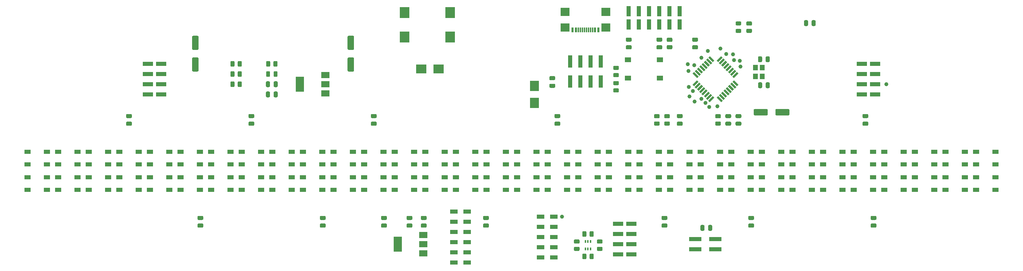
<source format=gtp>
%TF.GenerationSoftware,KiCad,Pcbnew,5.1.8-db9833491~88~ubuntu20.04.1*%
%TF.CreationDate,2020-12-25T16:42:28+05:30*%
%TF.ProjectId,halo,68616c6f-2e6b-4696-9361-645f70636258,v1*%
%TF.SameCoordinates,Original*%
%TF.FileFunction,Paste,Top*%
%TF.FilePolarity,Positive*%
%FSLAX46Y46*%
G04 Gerber Fmt 4.6, Leading zero omitted, Abs format (unit mm)*
G04 Created by KiCad (PCBNEW 5.1.8-db9833491~88~ubuntu20.04.1) date 2020-12-25 16:42:28*
%MOMM*%
%LPD*%
G01*
G04 APERTURE LIST*
%ADD10R,2.400000X2.800000*%
%ADD11R,1.905000X1.016000*%
%ADD12R,2.180000X2.000000*%
%ADD13R,0.300000X1.150000*%
%ADD14R,0.600000X1.150000*%
%ADD15R,2.000000X3.800000*%
%ADD16R,2.000000X1.500000*%
%ADD17R,1.500000X1.000000*%
%ADD18R,2.300000X2.500000*%
%ADD19C,1.000000*%
%ADD20R,2.540000X1.016000*%
%ADD21R,1.016000X2.540000*%
%ADD22C,0.100000*%
%ADD23R,1.200000X1.400000*%
%ADD24R,3.150000X1.000000*%
%ADD25R,2.500000X2.300000*%
%ADD26R,1.000000X3.150000*%
%ADD27R,1.550000X1.300000*%
%ADD28R,0.420000X0.650000*%
G04 APERTURE END LIST*
%TO.C,C29*%
G36*
G01*
X114775000Y-113850000D02*
X113825000Y-113850000D01*
G75*
G02*
X113575000Y-113600000I0J250000D01*
G01*
X113575000Y-113100000D01*
G75*
G02*
X113825000Y-112850000I250000J0D01*
G01*
X114775000Y-112850000D01*
G75*
G02*
X115025000Y-113100000I0J-250000D01*
G01*
X115025000Y-113600000D01*
G75*
G02*
X114775000Y-113850000I-250000J0D01*
G01*
G37*
G36*
G01*
X114775000Y-115750000D02*
X113825000Y-115750000D01*
G75*
G02*
X113575000Y-115500000I0J250000D01*
G01*
X113575000Y-115000000D01*
G75*
G02*
X113825000Y-114750000I250000J0D01*
G01*
X114775000Y-114750000D01*
G75*
G02*
X115025000Y-115000000I0J-250000D01*
G01*
X115025000Y-115500000D01*
G75*
G02*
X114775000Y-115750000I-250000J0D01*
G01*
G37*
%TD*%
%TO.C,C17*%
G36*
G01*
X150335000Y-79001200D02*
X149385000Y-79001200D01*
G75*
G02*
X149135000Y-78751200I0J250000D01*
G01*
X149135000Y-78251200D01*
G75*
G02*
X149385000Y-78001200I250000J0D01*
G01*
X150335000Y-78001200D01*
G75*
G02*
X150585000Y-78251200I0J-250000D01*
G01*
X150585000Y-78751200D01*
G75*
G02*
X150335000Y-79001200I-250000J0D01*
G01*
G37*
G36*
G01*
X150335000Y-80901200D02*
X149385000Y-80901200D01*
G75*
G02*
X149135000Y-80651200I0J250000D01*
G01*
X149135000Y-80151200D01*
G75*
G02*
X149385000Y-79901200I250000J0D01*
G01*
X150335000Y-79901200D01*
G75*
G02*
X150585000Y-80151200I0J-250000D01*
G01*
X150585000Y-80651200D01*
G75*
G02*
X150335000Y-80901200I-250000J0D01*
G01*
G37*
%TD*%
D10*
%TO.C,J3*%
X124445000Y-68250000D03*
X124445000Y-62150000D03*
X113045000Y-62150000D03*
X113045000Y-68250000D03*
%TD*%
D11*
%TO.C,P7*%
X150241000Y-113030000D03*
X146939000Y-115570000D03*
X150241000Y-118110000D03*
X146939000Y-120650000D03*
X150241000Y-123190000D03*
X146939000Y-123190000D03*
X150241000Y-120650000D03*
X146939000Y-118110000D03*
X150241000Y-115570000D03*
X146939000Y-113030000D03*
%TD*%
%TO.C,P5*%
X128651000Y-124460000D03*
X125349000Y-121920000D03*
X128651000Y-119380000D03*
X125349000Y-116840000D03*
X128651000Y-114300000D03*
X125349000Y-111760000D03*
X128651000Y-111760000D03*
X125349000Y-114300000D03*
X128651000Y-116840000D03*
X125349000Y-119380000D03*
X128651000Y-121920000D03*
X125349000Y-124460000D03*
%TD*%
D12*
%TO.C,J2*%
X153005000Y-61975000D03*
X163225000Y-61975000D03*
X153005000Y-65905000D03*
X163225000Y-65905000D03*
D13*
X157865000Y-66480000D03*
X158365000Y-66480000D03*
X157365000Y-66480000D03*
X158865000Y-66480000D03*
X156865000Y-66480000D03*
X159365000Y-66480000D03*
X156365000Y-66480000D03*
X159865000Y-66480000D03*
D14*
X154915000Y-66480000D03*
X155715000Y-66480000D03*
X160515000Y-66480000D03*
X161315000Y-66480000D03*
%TD*%
%TO.C,C20*%
G36*
G01*
X176055000Y-70300000D02*
X177005000Y-70300000D01*
G75*
G02*
X177255000Y-70550000I0J-250000D01*
G01*
X177255000Y-71050000D01*
G75*
G02*
X177005000Y-71300000I-250000J0D01*
G01*
X176055000Y-71300000D01*
G75*
G02*
X175805000Y-71050000I0J250000D01*
G01*
X175805000Y-70550000D01*
G75*
G02*
X176055000Y-70300000I250000J0D01*
G01*
G37*
G36*
G01*
X176055000Y-68400000D02*
X177005000Y-68400000D01*
G75*
G02*
X177255000Y-68650000I0J-250000D01*
G01*
X177255000Y-69150000D01*
G75*
G02*
X177005000Y-69400000I-250000J0D01*
G01*
X176055000Y-69400000D01*
G75*
G02*
X175805000Y-69150000I0J250000D01*
G01*
X175805000Y-68650000D01*
G75*
G02*
X176055000Y-68400000I250000J0D01*
G01*
G37*
%TD*%
D15*
%TO.C,U2*%
X87020000Y-80010000D03*
D16*
X93320000Y-80010000D03*
X93320000Y-77710000D03*
X93320000Y-82310000D03*
%TD*%
%TO.C,R8*%
G36*
G01*
X199332002Y-65386000D02*
X198431998Y-65386000D01*
G75*
G02*
X198182000Y-65136002I0J249998D01*
G01*
X198182000Y-64610998D01*
G75*
G02*
X198431998Y-64361000I249998J0D01*
G01*
X199332002Y-64361000D01*
G75*
G02*
X199582000Y-64610998I0J-249998D01*
G01*
X199582000Y-65136002D01*
G75*
G02*
X199332002Y-65386000I-249998J0D01*
G01*
G37*
G36*
G01*
X199332002Y-67211000D02*
X198431998Y-67211000D01*
G75*
G02*
X198182000Y-66961002I0J249998D01*
G01*
X198182000Y-66435998D01*
G75*
G02*
X198431998Y-66186000I249998J0D01*
G01*
X199332002Y-66186000D01*
G75*
G02*
X199582000Y-66435998I0J-249998D01*
G01*
X199582000Y-66961002D01*
G75*
G02*
X199332002Y-67211000I-249998J0D01*
G01*
G37*
%TD*%
D17*
%TO.C,D2*%
X24040000Y-106375000D03*
X24040000Y-103175000D03*
X19140000Y-106375000D03*
X19140000Y-103175000D03*
%TD*%
D18*
%TO.C,D33*%
X145415000Y-80400000D03*
X145415000Y-84700000D03*
%TD*%
%TO.C,C11*%
G36*
G01*
X43975000Y-89350000D02*
X44925000Y-89350000D01*
G75*
G02*
X45175000Y-89600000I0J-250000D01*
G01*
X45175000Y-90100000D01*
G75*
G02*
X44925000Y-90350000I-250000J0D01*
G01*
X43975000Y-90350000D01*
G75*
G02*
X43725000Y-90100000I0J250000D01*
G01*
X43725000Y-89600000D01*
G75*
G02*
X43975000Y-89350000I250000J0D01*
G01*
G37*
G36*
G01*
X43975000Y-87450000D02*
X44925000Y-87450000D01*
G75*
G02*
X45175000Y-87700000I0J-250000D01*
G01*
X45175000Y-88200000D01*
G75*
G02*
X44925000Y-88450000I-250000J0D01*
G01*
X43975000Y-88450000D01*
G75*
G02*
X43725000Y-88200000I0J250000D01*
G01*
X43725000Y-87700000D01*
G75*
G02*
X43975000Y-87450000I250000J0D01*
G01*
G37*
%TD*%
%TO.C,C18*%
G36*
G01*
X133825000Y-113850000D02*
X132875000Y-113850000D01*
G75*
G02*
X132625000Y-113600000I0J250000D01*
G01*
X132625000Y-113100000D01*
G75*
G02*
X132875000Y-112850000I250000J0D01*
G01*
X133825000Y-112850000D01*
G75*
G02*
X134075000Y-113100000I0J-250000D01*
G01*
X134075000Y-113600000D01*
G75*
G02*
X133825000Y-113850000I-250000J0D01*
G01*
G37*
G36*
G01*
X133825000Y-115750000D02*
X132875000Y-115750000D01*
G75*
G02*
X132625000Y-115500000I0J250000D01*
G01*
X132625000Y-115000000D01*
G75*
G02*
X132875000Y-114750000I250000J0D01*
G01*
X133825000Y-114750000D01*
G75*
G02*
X134075000Y-115000000I0J-250000D01*
G01*
X134075000Y-115500000D01*
G75*
G02*
X133825000Y-115750000I-250000J0D01*
G01*
G37*
%TD*%
%TO.C,C10*%
G36*
G01*
X213545000Y-64295000D02*
X213545000Y-65245000D01*
G75*
G02*
X213295000Y-65495000I-250000J0D01*
G01*
X212795000Y-65495000D01*
G75*
G02*
X212545000Y-65245000I0J250000D01*
G01*
X212545000Y-64295000D01*
G75*
G02*
X212795000Y-64045000I250000J0D01*
G01*
X213295000Y-64045000D01*
G75*
G02*
X213545000Y-64295000I0J-250000D01*
G01*
G37*
G36*
G01*
X215445000Y-64295000D02*
X215445000Y-65245000D01*
G75*
G02*
X215195000Y-65495000I-250000J0D01*
G01*
X214695000Y-65495000D01*
G75*
G02*
X214445000Y-65245000I0J250000D01*
G01*
X214445000Y-64295000D01*
G75*
G02*
X214695000Y-64045000I250000J0D01*
G01*
X215195000Y-64045000D01*
G75*
G02*
X215445000Y-64295000I0J-250000D01*
G01*
G37*
%TD*%
%TO.C,C6*%
G36*
G01*
X202115000Y-73312000D02*
X202115000Y-74262000D01*
G75*
G02*
X201865000Y-74512000I-250000J0D01*
G01*
X201365000Y-74512000D01*
G75*
G02*
X201115000Y-74262000I0J250000D01*
G01*
X201115000Y-73312000D01*
G75*
G02*
X201365000Y-73062000I250000J0D01*
G01*
X201865000Y-73062000D01*
G75*
G02*
X202115000Y-73312000I0J-250000D01*
G01*
G37*
G36*
G01*
X204015000Y-73312000D02*
X204015000Y-74262000D01*
G75*
G02*
X203765000Y-74512000I-250000J0D01*
G01*
X203265000Y-74512000D01*
G75*
G02*
X203015000Y-74262000I0J250000D01*
G01*
X203015000Y-73312000D01*
G75*
G02*
X203265000Y-73062000I250000J0D01*
G01*
X203765000Y-73062000D01*
G75*
G02*
X204015000Y-73312000I0J-250000D01*
G01*
G37*
%TD*%
%TO.C,C9*%
G36*
G01*
X168435000Y-70300000D02*
X169385000Y-70300000D01*
G75*
G02*
X169635000Y-70550000I0J-250000D01*
G01*
X169635000Y-71050000D01*
G75*
G02*
X169385000Y-71300000I-250000J0D01*
G01*
X168435000Y-71300000D01*
G75*
G02*
X168185000Y-71050000I0J250000D01*
G01*
X168185000Y-70550000D01*
G75*
G02*
X168435000Y-70300000I250000J0D01*
G01*
G37*
G36*
G01*
X168435000Y-68400000D02*
X169385000Y-68400000D01*
G75*
G02*
X169635000Y-68650000I0J-250000D01*
G01*
X169635000Y-69150000D01*
G75*
G02*
X169385000Y-69400000I-250000J0D01*
G01*
X168435000Y-69400000D01*
G75*
G02*
X168185000Y-69150000I0J250000D01*
G01*
X168185000Y-68650000D01*
G75*
G02*
X168435000Y-68400000I250000J0D01*
G01*
G37*
%TD*%
%TO.C,R1*%
G36*
G01*
X178619998Y-70250000D02*
X179520002Y-70250000D01*
G75*
G02*
X179770000Y-70499998I0J-249998D01*
G01*
X179770000Y-71025002D01*
G75*
G02*
X179520002Y-71275000I-249998J0D01*
G01*
X178619998Y-71275000D01*
G75*
G02*
X178370000Y-71025002I0J249998D01*
G01*
X178370000Y-70499998D01*
G75*
G02*
X178619998Y-70250000I249998J0D01*
G01*
G37*
G36*
G01*
X178619998Y-68425000D02*
X179520002Y-68425000D01*
G75*
G02*
X179770000Y-68674998I0J-249998D01*
G01*
X179770000Y-69200002D01*
G75*
G02*
X179520002Y-69450000I-249998J0D01*
G01*
X178619998Y-69450000D01*
G75*
G02*
X178370000Y-69200002I0J249998D01*
G01*
X178370000Y-68674998D01*
G75*
G02*
X178619998Y-68425000I249998J0D01*
G01*
G37*
%TD*%
D19*
%TO.C,B1*%
X184034216Y-83050523D03*
%TD*%
%TO.C,B2*%
X185291451Y-84307759D03*
%TD*%
%TO.C,B3*%
X183585203Y-75058095D03*
%TD*%
%TO.C,B4*%
X183764808Y-76674541D03*
%TD*%
%TO.C,B5*%
X183854610Y-80715656D03*
%TD*%
%TO.C,B6*%
X184842439Y-81703485D03*
%TD*%
%TO.C,B7*%
X186997700Y-73441649D03*
%TD*%
%TO.C,B8*%
X185201649Y-75237700D03*
%TD*%
%TO.C,B9*%
X186997700Y-83679141D03*
%TD*%
%TO.C,B10*%
X187985528Y-84666969D03*
%TD*%
%TO.C,B11*%
X188973356Y-85654797D03*
%TD*%
%TO.C,B12*%
X190949013Y-85475192D03*
%TD*%
%TO.C,B13*%
X196696377Y-75596910D03*
%TD*%
%TO.C,B14*%
X196516772Y-74160069D03*
%TD*%
%TO.C,B15*%
X195079931Y-73980464D03*
%TD*%
%TO.C,B16*%
X194900325Y-72543623D03*
%TD*%
%TO.C,B17*%
X193194077Y-72453821D03*
%TD*%
%TO.C,B18*%
X191770000Y-71120000D03*
%TD*%
%TO.C,B19*%
X188595000Y-71755000D03*
%TD*%
%TO.C,C2*%
G36*
G01*
X185895000Y-69400000D02*
X184945000Y-69400000D01*
G75*
G02*
X184695000Y-69150000I0J250000D01*
G01*
X184695000Y-68650000D01*
G75*
G02*
X184945000Y-68400000I250000J0D01*
G01*
X185895000Y-68400000D01*
G75*
G02*
X186145000Y-68650000I0J-250000D01*
G01*
X186145000Y-69150000D01*
G75*
G02*
X185895000Y-69400000I-250000J0D01*
G01*
G37*
G36*
G01*
X185895000Y-71300000D02*
X184945000Y-71300000D01*
G75*
G02*
X184695000Y-71050000I0J250000D01*
G01*
X184695000Y-70550000D01*
G75*
G02*
X184945000Y-70300000I250000J0D01*
G01*
X185895000Y-70300000D01*
G75*
G02*
X186145000Y-70550000I0J-250000D01*
G01*
X186145000Y-71050000D01*
G75*
G02*
X185895000Y-71300000I-250000J0D01*
G01*
G37*
%TD*%
%TO.C,C3*%
G36*
G01*
X195740000Y-89350000D02*
X196690000Y-89350000D01*
G75*
G02*
X196940000Y-89600000I0J-250000D01*
G01*
X196940000Y-90100000D01*
G75*
G02*
X196690000Y-90350000I-250000J0D01*
G01*
X195740000Y-90350000D01*
G75*
G02*
X195490000Y-90100000I0J250000D01*
G01*
X195490000Y-89600000D01*
G75*
G02*
X195740000Y-89350000I250000J0D01*
G01*
G37*
G36*
G01*
X195740000Y-87450000D02*
X196690000Y-87450000D01*
G75*
G02*
X196940000Y-87700000I0J-250000D01*
G01*
X196940000Y-88200000D01*
G75*
G02*
X196690000Y-88450000I-250000J0D01*
G01*
X195740000Y-88450000D01*
G75*
G02*
X195490000Y-88200000I0J250000D01*
G01*
X195490000Y-87700000D01*
G75*
G02*
X195740000Y-87450000I250000J0D01*
G01*
G37*
%TD*%
%TO.C,C4*%
G36*
G01*
X193200000Y-89350000D02*
X194150000Y-89350000D01*
G75*
G02*
X194400000Y-89600000I0J-250000D01*
G01*
X194400000Y-90100000D01*
G75*
G02*
X194150000Y-90350000I-250000J0D01*
G01*
X193200000Y-90350000D01*
G75*
G02*
X192950000Y-90100000I0J250000D01*
G01*
X192950000Y-89600000D01*
G75*
G02*
X193200000Y-89350000I250000J0D01*
G01*
G37*
G36*
G01*
X193200000Y-87450000D02*
X194150000Y-87450000D01*
G75*
G02*
X194400000Y-87700000I0J-250000D01*
G01*
X194400000Y-88200000D01*
G75*
G02*
X194150000Y-88450000I-250000J0D01*
G01*
X193200000Y-88450000D01*
G75*
G02*
X192950000Y-88200000I0J250000D01*
G01*
X192950000Y-87700000D01*
G75*
G02*
X193200000Y-87450000I250000J0D01*
G01*
G37*
%TD*%
%TO.C,C5*%
G36*
G01*
X203015000Y-80739000D02*
X203015000Y-79789000D01*
G75*
G02*
X203265000Y-79539000I250000J0D01*
G01*
X203765000Y-79539000D01*
G75*
G02*
X204015000Y-79789000I0J-250000D01*
G01*
X204015000Y-80739000D01*
G75*
G02*
X203765000Y-80989000I-250000J0D01*
G01*
X203265000Y-80989000D01*
G75*
G02*
X203015000Y-80739000I0J250000D01*
G01*
G37*
G36*
G01*
X201115000Y-80739000D02*
X201115000Y-79789000D01*
G75*
G02*
X201365000Y-79539000I250000J0D01*
G01*
X201865000Y-79539000D01*
G75*
G02*
X202115000Y-79789000I0J-250000D01*
G01*
X202115000Y-80739000D01*
G75*
G02*
X201865000Y-80989000I-250000J0D01*
G01*
X201365000Y-80989000D01*
G75*
G02*
X201115000Y-80739000I0J250000D01*
G01*
G37*
%TD*%
%TO.C,C8*%
G36*
G01*
X79560000Y-79535000D02*
X79560000Y-80485000D01*
G75*
G02*
X79310000Y-80735000I-250000J0D01*
G01*
X78810000Y-80735000D01*
G75*
G02*
X78560000Y-80485000I0J250000D01*
G01*
X78560000Y-79535000D01*
G75*
G02*
X78810000Y-79285000I250000J0D01*
G01*
X79310000Y-79285000D01*
G75*
G02*
X79560000Y-79535000I0J-250000D01*
G01*
G37*
G36*
G01*
X81460000Y-79535000D02*
X81460000Y-80485000D01*
G75*
G02*
X81210000Y-80735000I-250000J0D01*
G01*
X80710000Y-80735000D01*
G75*
G02*
X80460000Y-80485000I0J250000D01*
G01*
X80460000Y-79535000D01*
G75*
G02*
X80710000Y-79285000I250000J0D01*
G01*
X81210000Y-79285000D01*
G75*
G02*
X81460000Y-79535000I0J-250000D01*
G01*
G37*
%TD*%
D17*
%TO.C,D3*%
X31660000Y-106375000D03*
X31660000Y-103175000D03*
X26760000Y-106375000D03*
X26760000Y-103175000D03*
%TD*%
%TO.C,D4*%
X31660000Y-100025000D03*
X31660000Y-96825000D03*
X26760000Y-100025000D03*
X26760000Y-96825000D03*
%TD*%
%TO.C,D10*%
X49620000Y-103175000D03*
X49620000Y-106375000D03*
X54520000Y-103175000D03*
X54520000Y-106375000D03*
%TD*%
%TO.C,D11*%
X62140000Y-106375000D03*
X62140000Y-103175000D03*
X57240000Y-106375000D03*
X57240000Y-103175000D03*
%TD*%
%TO.C,D17*%
X80100000Y-96825000D03*
X80100000Y-100025000D03*
X85000000Y-96825000D03*
X85000000Y-100025000D03*
%TD*%
%TO.C,D18*%
X80100000Y-103175000D03*
X80100000Y-106375000D03*
X85000000Y-103175000D03*
X85000000Y-106375000D03*
%TD*%
%TO.C,D19*%
X92620000Y-106375000D03*
X92620000Y-103175000D03*
X87720000Y-106375000D03*
X87720000Y-103175000D03*
%TD*%
%TO.C,D20*%
X92620000Y-100025000D03*
X92620000Y-96825000D03*
X87720000Y-100025000D03*
X87720000Y-96825000D03*
%TD*%
%TO.C,D21*%
X95340000Y-96825000D03*
X95340000Y-100025000D03*
X100240000Y-96825000D03*
X100240000Y-100025000D03*
%TD*%
%TO.C,D22*%
X95340000Y-103175000D03*
X95340000Y-106375000D03*
X100240000Y-103175000D03*
X100240000Y-106375000D03*
%TD*%
%TO.C,D23*%
X107860000Y-106375000D03*
X107860000Y-103175000D03*
X102960000Y-106375000D03*
X102960000Y-103175000D03*
%TD*%
%TO.C,D28*%
X123100000Y-100025000D03*
X123100000Y-96825000D03*
X118200000Y-100025000D03*
X118200000Y-96825000D03*
%TD*%
%TO.C,D29*%
X125820000Y-96825000D03*
X125820000Y-100025000D03*
X130720000Y-96825000D03*
X130720000Y-100025000D03*
%TD*%
%TO.C,D30*%
X125820000Y-103175000D03*
X125820000Y-106375000D03*
X130720000Y-103175000D03*
X130720000Y-106375000D03*
%TD*%
%TO.C,D35*%
G36*
G01*
X81435000Y-77013750D02*
X81435000Y-77926250D01*
G75*
G02*
X81191250Y-78170000I-243750J0D01*
G01*
X80703750Y-78170000D01*
G75*
G02*
X80460000Y-77926250I0J243750D01*
G01*
X80460000Y-77013750D01*
G75*
G02*
X80703750Y-76770000I243750J0D01*
G01*
X81191250Y-76770000D01*
G75*
G02*
X81435000Y-77013750I0J-243750D01*
G01*
G37*
G36*
G01*
X79560000Y-77013750D02*
X79560000Y-77926250D01*
G75*
G02*
X79316250Y-78170000I-243750J0D01*
G01*
X78828750Y-78170000D01*
G75*
G02*
X78585000Y-77926250I0J243750D01*
G01*
X78585000Y-77013750D01*
G75*
G02*
X78828750Y-76770000I243750J0D01*
G01*
X79316250Y-76770000D01*
G75*
G02*
X79560000Y-77013750I0J-243750D01*
G01*
G37*
%TD*%
%TO.C,D36*%
G36*
G01*
X196671250Y-67211000D02*
X195758750Y-67211000D01*
G75*
G02*
X195515000Y-66967250I0J243750D01*
G01*
X195515000Y-66479750D01*
G75*
G02*
X195758750Y-66236000I243750J0D01*
G01*
X196671250Y-66236000D01*
G75*
G02*
X196915000Y-66479750I0J-243750D01*
G01*
X196915000Y-66967250D01*
G75*
G02*
X196671250Y-67211000I-243750J0D01*
G01*
G37*
G36*
G01*
X196671250Y-65336000D02*
X195758750Y-65336000D01*
G75*
G02*
X195515000Y-65092250I0J243750D01*
G01*
X195515000Y-64604750D01*
G75*
G02*
X195758750Y-64361000I243750J0D01*
G01*
X196671250Y-64361000D01*
G75*
G02*
X196915000Y-64604750I0J-243750D01*
G01*
X196915000Y-65092250D01*
G75*
G02*
X196671250Y-65336000I-243750J0D01*
G01*
G37*
%TD*%
D20*
%TO.C,P1*%
X49149000Y-82550000D03*
X52451000Y-80010000D03*
X49149000Y-77470000D03*
X52451000Y-74930000D03*
X52451000Y-82550000D03*
X52451000Y-77470000D03*
X49149000Y-80010000D03*
X49149000Y-74930000D03*
%TD*%
D21*
%TO.C,P2*%
X168910000Y-61849000D03*
X171450000Y-65151000D03*
X173990000Y-61849000D03*
X176530000Y-65151000D03*
X179070000Y-61849000D03*
X181610000Y-65151000D03*
X181610000Y-61849000D03*
X176530000Y-61849000D03*
X171450000Y-61849000D03*
X179070000Y-65151000D03*
X173990000Y-65151000D03*
X168910000Y-65151000D03*
%TD*%
%TO.C,R2*%
G36*
G01*
X176345002Y-88500000D02*
X175444998Y-88500000D01*
G75*
G02*
X175195000Y-88250002I0J249998D01*
G01*
X175195000Y-87724998D01*
G75*
G02*
X175444998Y-87475000I249998J0D01*
G01*
X176345002Y-87475000D01*
G75*
G02*
X176595000Y-87724998I0J-249998D01*
G01*
X176595000Y-88250002D01*
G75*
G02*
X176345002Y-88500000I-249998J0D01*
G01*
G37*
G36*
G01*
X176345002Y-90325000D02*
X175444998Y-90325000D01*
G75*
G02*
X175195000Y-90075002I0J249998D01*
G01*
X175195000Y-89549998D01*
G75*
G02*
X175444998Y-89300000I249998J0D01*
G01*
X176345002Y-89300000D01*
G75*
G02*
X176595000Y-89549998I0J-249998D01*
G01*
X176595000Y-90075002D01*
G75*
G02*
X176345002Y-90325000I-249998J0D01*
G01*
G37*
%TD*%
%TO.C,R3*%
G36*
G01*
X178885002Y-88500000D02*
X177984998Y-88500000D01*
G75*
G02*
X177735000Y-88250002I0J249998D01*
G01*
X177735000Y-87724998D01*
G75*
G02*
X177984998Y-87475000I249998J0D01*
G01*
X178885002Y-87475000D01*
G75*
G02*
X179135000Y-87724998I0J-249998D01*
G01*
X179135000Y-88250002D01*
G75*
G02*
X178885002Y-88500000I-249998J0D01*
G01*
G37*
G36*
G01*
X178885002Y-90325000D02*
X177984998Y-90325000D01*
G75*
G02*
X177735000Y-90075002I0J249998D01*
G01*
X177735000Y-89549998D01*
G75*
G02*
X177984998Y-89300000I249998J0D01*
G01*
X178885002Y-89300000D01*
G75*
G02*
X179135000Y-89549998I0J-249998D01*
G01*
X179135000Y-90075002D01*
G75*
G02*
X178885002Y-90325000I-249998J0D01*
G01*
G37*
%TD*%
%TO.C,R4*%
G36*
G01*
X191585002Y-88500000D02*
X190684998Y-88500000D01*
G75*
G02*
X190435000Y-88250002I0J249998D01*
G01*
X190435000Y-87724998D01*
G75*
G02*
X190684998Y-87475000I249998J0D01*
G01*
X191585002Y-87475000D01*
G75*
G02*
X191835000Y-87724998I0J-249998D01*
G01*
X191835000Y-88250002D01*
G75*
G02*
X191585002Y-88500000I-249998J0D01*
G01*
G37*
G36*
G01*
X191585002Y-90325000D02*
X190684998Y-90325000D01*
G75*
G02*
X190435000Y-90075002I0J249998D01*
G01*
X190435000Y-89549998D01*
G75*
G02*
X190684998Y-89300000I249998J0D01*
G01*
X191585002Y-89300000D01*
G75*
G02*
X191835000Y-89549998I0J-249998D01*
G01*
X191835000Y-90075002D01*
G75*
G02*
X191585002Y-90325000I-249998J0D01*
G01*
G37*
%TD*%
%TO.C,R5*%
G36*
G01*
X166185002Y-80245000D02*
X165284998Y-80245000D01*
G75*
G02*
X165035000Y-79995002I0J249998D01*
G01*
X165035000Y-79469998D01*
G75*
G02*
X165284998Y-79220000I249998J0D01*
G01*
X166185002Y-79220000D01*
G75*
G02*
X166435000Y-79469998I0J-249998D01*
G01*
X166435000Y-79995002D01*
G75*
G02*
X166185002Y-80245000I-249998J0D01*
G01*
G37*
G36*
G01*
X166185002Y-82070000D02*
X165284998Y-82070000D01*
G75*
G02*
X165035000Y-81820002I0J249998D01*
G01*
X165035000Y-81294998D01*
G75*
G02*
X165284998Y-81045000I249998J0D01*
G01*
X166185002Y-81045000D01*
G75*
G02*
X166435000Y-81294998I0J-249998D01*
G01*
X166435000Y-81820002D01*
G75*
G02*
X166185002Y-82070000I-249998J0D01*
G01*
G37*
%TD*%
%TO.C,R6*%
G36*
G01*
X165284998Y-77235000D02*
X166185002Y-77235000D01*
G75*
G02*
X166435000Y-77484998I0J-249998D01*
G01*
X166435000Y-78010002D01*
G75*
G02*
X166185002Y-78260000I-249998J0D01*
G01*
X165284998Y-78260000D01*
G75*
G02*
X165035000Y-78010002I0J249998D01*
G01*
X165035000Y-77484998D01*
G75*
G02*
X165284998Y-77235000I249998J0D01*
G01*
G37*
G36*
G01*
X165284998Y-75410000D02*
X166185002Y-75410000D01*
G75*
G02*
X166435000Y-75659998I0J-249998D01*
G01*
X166435000Y-76185002D01*
G75*
G02*
X166185002Y-76435000I-249998J0D01*
G01*
X165284998Y-76435000D01*
G75*
G02*
X165035000Y-76185002I0J249998D01*
G01*
X165035000Y-75659998D01*
G75*
G02*
X165284998Y-75410000I249998J0D01*
G01*
G37*
%TD*%
%TO.C,R7*%
G36*
G01*
X79610000Y-74479998D02*
X79610000Y-75380002D01*
G75*
G02*
X79360002Y-75630000I-249998J0D01*
G01*
X78834998Y-75630000D01*
G75*
G02*
X78585000Y-75380002I0J249998D01*
G01*
X78585000Y-74479998D01*
G75*
G02*
X78834998Y-74230000I249998J0D01*
G01*
X79360002Y-74230000D01*
G75*
G02*
X79610000Y-74479998I0J-249998D01*
G01*
G37*
G36*
G01*
X81435000Y-74479998D02*
X81435000Y-75380002D01*
G75*
G02*
X81185002Y-75630000I-249998J0D01*
G01*
X80659998Y-75630000D01*
G75*
G02*
X80410000Y-75380002I0J249998D01*
G01*
X80410000Y-74479998D01*
G75*
G02*
X80659998Y-74230000I249998J0D01*
G01*
X81185002Y-74230000D01*
G75*
G02*
X81435000Y-74479998I0J-249998D01*
G01*
G37*
%TD*%
D22*
%TO.C,U1*%
G36*
X192285445Y-84096334D02*
G01*
X191896536Y-84485243D01*
X190765165Y-83353872D01*
X191154074Y-82964963D01*
X192285445Y-84096334D01*
G37*
G36*
X192851130Y-83530648D02*
G01*
X192462221Y-83919557D01*
X191330850Y-82788186D01*
X191719759Y-82399277D01*
X192851130Y-83530648D01*
G37*
G36*
X193416816Y-82964963D02*
G01*
X193027907Y-83353872D01*
X191896536Y-82222501D01*
X192285445Y-81833592D01*
X193416816Y-82964963D01*
G37*
G36*
X193982501Y-82399278D02*
G01*
X193593592Y-82788187D01*
X192462221Y-81656816D01*
X192851130Y-81267907D01*
X193982501Y-82399278D01*
G37*
G36*
X194548187Y-81833592D02*
G01*
X194159278Y-82222501D01*
X193027907Y-81091130D01*
X193416816Y-80702221D01*
X194548187Y-81833592D01*
G37*
G36*
X195113872Y-81267907D02*
G01*
X194724963Y-81656816D01*
X193593592Y-80525445D01*
X193982501Y-80136536D01*
X195113872Y-81267907D01*
G37*
G36*
X195679557Y-80702221D02*
G01*
X195290648Y-81091130D01*
X194159277Y-79959759D01*
X194548186Y-79570850D01*
X195679557Y-80702221D01*
G37*
G36*
X196245243Y-80136536D02*
G01*
X195856334Y-80525445D01*
X194724963Y-79394074D01*
X195113872Y-79005165D01*
X196245243Y-80136536D01*
G37*
G36*
X195856334Y-76954555D02*
G01*
X196245243Y-77343464D01*
X195113872Y-78474835D01*
X194724963Y-78085926D01*
X195856334Y-76954555D01*
G37*
G36*
X195290648Y-76388870D02*
G01*
X195679557Y-76777779D01*
X194548186Y-77909150D01*
X194159277Y-77520241D01*
X195290648Y-76388870D01*
G37*
G36*
X194724963Y-75823184D02*
G01*
X195113872Y-76212093D01*
X193982501Y-77343464D01*
X193593592Y-76954555D01*
X194724963Y-75823184D01*
G37*
G36*
X194159278Y-75257499D02*
G01*
X194548187Y-75646408D01*
X193416816Y-76777779D01*
X193027907Y-76388870D01*
X194159278Y-75257499D01*
G37*
G36*
X193593592Y-74691813D02*
G01*
X193982501Y-75080722D01*
X192851130Y-76212093D01*
X192462221Y-75823184D01*
X193593592Y-74691813D01*
G37*
G36*
X193027907Y-74126128D02*
G01*
X193416816Y-74515037D01*
X192285445Y-75646408D01*
X191896536Y-75257499D01*
X193027907Y-74126128D01*
G37*
G36*
X192462221Y-73560443D02*
G01*
X192851130Y-73949352D01*
X191719759Y-75080723D01*
X191330850Y-74691814D01*
X192462221Y-73560443D01*
G37*
G36*
X191896536Y-72994757D02*
G01*
X192285445Y-73383666D01*
X191154074Y-74515037D01*
X190765165Y-74126128D01*
X191896536Y-72994757D01*
G37*
G36*
X190234835Y-74126128D02*
G01*
X189845926Y-74515037D01*
X188714555Y-73383666D01*
X189103464Y-72994757D01*
X190234835Y-74126128D01*
G37*
G36*
X189669150Y-74691814D02*
G01*
X189280241Y-75080723D01*
X188148870Y-73949352D01*
X188537779Y-73560443D01*
X189669150Y-74691814D01*
G37*
G36*
X189103464Y-75257499D02*
G01*
X188714555Y-75646408D01*
X187583184Y-74515037D01*
X187972093Y-74126128D01*
X189103464Y-75257499D01*
G37*
G36*
X188537779Y-75823184D02*
G01*
X188148870Y-76212093D01*
X187017499Y-75080722D01*
X187406408Y-74691813D01*
X188537779Y-75823184D01*
G37*
G36*
X187972093Y-76388870D02*
G01*
X187583184Y-76777779D01*
X186451813Y-75646408D01*
X186840722Y-75257499D01*
X187972093Y-76388870D01*
G37*
G36*
X187406408Y-76954555D02*
G01*
X187017499Y-77343464D01*
X185886128Y-76212093D01*
X186275037Y-75823184D01*
X187406408Y-76954555D01*
G37*
G36*
X186840723Y-77520241D02*
G01*
X186451814Y-77909150D01*
X185320443Y-76777779D01*
X185709352Y-76388870D01*
X186840723Y-77520241D01*
G37*
G36*
X186275037Y-78085926D02*
G01*
X185886128Y-78474835D01*
X184754757Y-77343464D01*
X185143666Y-76954555D01*
X186275037Y-78085926D01*
G37*
G36*
X185886128Y-79005165D02*
G01*
X186275037Y-79394074D01*
X185143666Y-80525445D01*
X184754757Y-80136536D01*
X185886128Y-79005165D01*
G37*
G36*
X186451814Y-79570850D02*
G01*
X186840723Y-79959759D01*
X185709352Y-81091130D01*
X185320443Y-80702221D01*
X186451814Y-79570850D01*
G37*
G36*
X187017499Y-80136536D02*
G01*
X187406408Y-80525445D01*
X186275037Y-81656816D01*
X185886128Y-81267907D01*
X187017499Y-80136536D01*
G37*
G36*
X187583184Y-80702221D02*
G01*
X187972093Y-81091130D01*
X186840722Y-82222501D01*
X186451813Y-81833592D01*
X187583184Y-80702221D01*
G37*
G36*
X188148870Y-81267907D02*
G01*
X188537779Y-81656816D01*
X187406408Y-82788187D01*
X187017499Y-82399278D01*
X188148870Y-81267907D01*
G37*
G36*
X188714555Y-81833592D02*
G01*
X189103464Y-82222501D01*
X187972093Y-83353872D01*
X187583184Y-82964963D01*
X188714555Y-81833592D01*
G37*
G36*
X189280241Y-82399277D02*
G01*
X189669150Y-82788186D01*
X188537779Y-83919557D01*
X188148870Y-83530648D01*
X189280241Y-82399277D01*
G37*
G36*
X189845926Y-82964963D02*
G01*
X190234835Y-83353872D01*
X189103464Y-84485243D01*
X188714555Y-84096334D01*
X189845926Y-82964963D01*
G37*
%TD*%
D23*
%TO.C,X1*%
X200445000Y-78062001D03*
X200445000Y-75862001D03*
X202145000Y-75862001D03*
X202145000Y-78062001D03*
%TD*%
D24*
%TO.C,SW2*%
X185435000Y-118618000D03*
X190485000Y-118618000D03*
X185435000Y-121158000D03*
X190485000Y-121158000D03*
%TD*%
D25*
%TO.C,D34*%
X121530000Y-76200000D03*
X117230000Y-76200000D03*
%TD*%
%TO.C,C19*%
G36*
G01*
X79560000Y-82075000D02*
X79560000Y-83025000D01*
G75*
G02*
X79310000Y-83275000I-250000J0D01*
G01*
X78810000Y-83275000D01*
G75*
G02*
X78560000Y-83025000I0J250000D01*
G01*
X78560000Y-82075000D01*
G75*
G02*
X78810000Y-81825000I250000J0D01*
G01*
X79310000Y-81825000D01*
G75*
G02*
X79560000Y-82075000I0J-250000D01*
G01*
G37*
G36*
G01*
X81460000Y-82075000D02*
X81460000Y-83025000D01*
G75*
G02*
X81210000Y-83275000I-250000J0D01*
G01*
X80710000Y-83275000D01*
G75*
G02*
X80460000Y-83025000I0J250000D01*
G01*
X80460000Y-82075000D01*
G75*
G02*
X80710000Y-81825000I250000J0D01*
G01*
X81210000Y-81825000D01*
G75*
G02*
X81460000Y-82075000I0J-250000D01*
G01*
G37*
%TD*%
%TO.C,R9*%
G36*
G01*
X69695000Y-77920002D02*
X69695000Y-77019998D01*
G75*
G02*
X69944998Y-76770000I249998J0D01*
G01*
X70470002Y-76770000D01*
G75*
G02*
X70720000Y-77019998I0J-249998D01*
G01*
X70720000Y-77920002D01*
G75*
G02*
X70470002Y-78170000I-249998J0D01*
G01*
X69944998Y-78170000D01*
G75*
G02*
X69695000Y-77920002I0J249998D01*
G01*
G37*
G36*
G01*
X71520000Y-77920002D02*
X71520000Y-77019998D01*
G75*
G02*
X71769998Y-76770000I249998J0D01*
G01*
X72295002Y-76770000D01*
G75*
G02*
X72545000Y-77019998I0J-249998D01*
G01*
X72545000Y-77920002D01*
G75*
G02*
X72295002Y-78170000I-249998J0D01*
G01*
X71769998Y-78170000D01*
G75*
G02*
X71520000Y-77920002I0J249998D01*
G01*
G37*
%TD*%
%TO.C,R10*%
G36*
G01*
X71520000Y-80460002D02*
X71520000Y-79559998D01*
G75*
G02*
X71769998Y-79310000I249998J0D01*
G01*
X72295002Y-79310000D01*
G75*
G02*
X72545000Y-79559998I0J-249998D01*
G01*
X72545000Y-80460002D01*
G75*
G02*
X72295002Y-80710000I-249998J0D01*
G01*
X71769998Y-80710000D01*
G75*
G02*
X71520000Y-80460002I0J249998D01*
G01*
G37*
G36*
G01*
X69695000Y-80460002D02*
X69695000Y-79559998D01*
G75*
G02*
X69944998Y-79310000I249998J0D01*
G01*
X70470002Y-79310000D01*
G75*
G02*
X70720000Y-79559998I0J-249998D01*
G01*
X70720000Y-80460002D01*
G75*
G02*
X70470002Y-80710000I-249998J0D01*
G01*
X69944998Y-80710000D01*
G75*
G02*
X69695000Y-80460002I0J249998D01*
G01*
G37*
%TD*%
D19*
%TO.C,B20*%
X233045000Y-80010000D03*
%TD*%
%TO.C,C22*%
G36*
G01*
X178275000Y-115750000D02*
X177325000Y-115750000D01*
G75*
G02*
X177075000Y-115500000I0J250000D01*
G01*
X177075000Y-115000000D01*
G75*
G02*
X177325000Y-114750000I250000J0D01*
G01*
X178275000Y-114750000D01*
G75*
G02*
X178525000Y-115000000I0J-250000D01*
G01*
X178525000Y-115500000D01*
G75*
G02*
X178275000Y-115750000I-250000J0D01*
G01*
G37*
G36*
G01*
X178275000Y-113850000D02*
X177325000Y-113850000D01*
G75*
G02*
X177075000Y-113600000I0J250000D01*
G01*
X177075000Y-113100000D01*
G75*
G02*
X177325000Y-112850000I250000J0D01*
G01*
X178275000Y-112850000D01*
G75*
G02*
X178525000Y-113100000I0J-250000D01*
G01*
X178525000Y-113600000D01*
G75*
G02*
X178275000Y-113850000I-250000J0D01*
G01*
G37*
%TD*%
%TO.C,C23*%
G36*
G01*
X181135000Y-89350000D02*
X182085000Y-89350000D01*
G75*
G02*
X182335000Y-89600000I0J-250000D01*
G01*
X182335000Y-90100000D01*
G75*
G02*
X182085000Y-90350000I-250000J0D01*
G01*
X181135000Y-90350000D01*
G75*
G02*
X180885000Y-90100000I0J250000D01*
G01*
X180885000Y-89600000D01*
G75*
G02*
X181135000Y-89350000I250000J0D01*
G01*
G37*
G36*
G01*
X181135000Y-87450000D02*
X182085000Y-87450000D01*
G75*
G02*
X182335000Y-87700000I0J-250000D01*
G01*
X182335000Y-88200000D01*
G75*
G02*
X182085000Y-88450000I-250000J0D01*
G01*
X181135000Y-88450000D01*
G75*
G02*
X180885000Y-88200000I0J250000D01*
G01*
X180885000Y-87700000D01*
G75*
G02*
X181135000Y-87450000I250000J0D01*
G01*
G37*
%TD*%
%TO.C,C24*%
G36*
G01*
X199865000Y-115750000D02*
X198915000Y-115750000D01*
G75*
G02*
X198665000Y-115500000I0J250000D01*
G01*
X198665000Y-115000000D01*
G75*
G02*
X198915000Y-114750000I250000J0D01*
G01*
X199865000Y-114750000D01*
G75*
G02*
X200115000Y-115000000I0J-250000D01*
G01*
X200115000Y-115500000D01*
G75*
G02*
X199865000Y-115750000I-250000J0D01*
G01*
G37*
G36*
G01*
X199865000Y-113850000D02*
X198915000Y-113850000D01*
G75*
G02*
X198665000Y-113600000I0J250000D01*
G01*
X198665000Y-113100000D01*
G75*
G02*
X198915000Y-112850000I250000J0D01*
G01*
X199865000Y-112850000D01*
G75*
G02*
X200115000Y-113100000I0J-250000D01*
G01*
X200115000Y-113600000D01*
G75*
G02*
X199865000Y-113850000I-250000J0D01*
G01*
G37*
%TD*%
%TO.C,C25*%
G36*
G01*
X230345000Y-113850000D02*
X229395000Y-113850000D01*
G75*
G02*
X229145000Y-113600000I0J250000D01*
G01*
X229145000Y-113100000D01*
G75*
G02*
X229395000Y-112850000I250000J0D01*
G01*
X230345000Y-112850000D01*
G75*
G02*
X230595000Y-113100000I0J-250000D01*
G01*
X230595000Y-113600000D01*
G75*
G02*
X230345000Y-113850000I-250000J0D01*
G01*
G37*
G36*
G01*
X230345000Y-115750000D02*
X229395000Y-115750000D01*
G75*
G02*
X229145000Y-115500000I0J250000D01*
G01*
X229145000Y-115000000D01*
G75*
G02*
X229395000Y-114750000I250000J0D01*
G01*
X230345000Y-114750000D01*
G75*
G02*
X230595000Y-115000000I0J-250000D01*
G01*
X230595000Y-115500000D01*
G75*
G02*
X230345000Y-115750000I-250000J0D01*
G01*
G37*
%TD*%
%TO.C,C26*%
G36*
G01*
X227363000Y-87450000D02*
X228313000Y-87450000D01*
G75*
G02*
X228563000Y-87700000I0J-250000D01*
G01*
X228563000Y-88200000D01*
G75*
G02*
X228313000Y-88450000I-250000J0D01*
G01*
X227363000Y-88450000D01*
G75*
G02*
X227113000Y-88200000I0J250000D01*
G01*
X227113000Y-87700000D01*
G75*
G02*
X227363000Y-87450000I250000J0D01*
G01*
G37*
G36*
G01*
X227363000Y-89350000D02*
X228313000Y-89350000D01*
G75*
G02*
X228563000Y-89600000I0J-250000D01*
G01*
X228563000Y-90100000D01*
G75*
G02*
X228313000Y-90350000I-250000J0D01*
G01*
X227363000Y-90350000D01*
G75*
G02*
X227113000Y-90100000I0J250000D01*
G01*
X227113000Y-89600000D01*
G75*
G02*
X227363000Y-89350000I250000J0D01*
G01*
G37*
%TD*%
D17*
%TO.C,D41*%
X156300000Y-96825000D03*
X156300000Y-100025000D03*
X161200000Y-96825000D03*
X161200000Y-100025000D03*
%TD*%
%TO.C,D42*%
X156300000Y-103175000D03*
X156300000Y-106375000D03*
X161200000Y-103175000D03*
X161200000Y-106375000D03*
%TD*%
%TO.C,D43*%
X163920000Y-103175000D03*
X163920000Y-106375000D03*
X168820000Y-103175000D03*
X168820000Y-106375000D03*
%TD*%
%TO.C,D44*%
X168820000Y-100025000D03*
X168820000Y-96825000D03*
X163920000Y-100025000D03*
X163920000Y-96825000D03*
%TD*%
%TO.C,D45*%
X176440000Y-100025000D03*
X176440000Y-96825000D03*
X171540000Y-100025000D03*
X171540000Y-96825000D03*
%TD*%
%TO.C,D48*%
X184060000Y-100025000D03*
X184060000Y-96825000D03*
X179160000Y-100025000D03*
X179160000Y-96825000D03*
%TD*%
%TO.C,D49*%
X191680000Y-100025000D03*
X191680000Y-96825000D03*
X186780000Y-100025000D03*
X186780000Y-96825000D03*
%TD*%
%TO.C,D50*%
X186780000Y-103175000D03*
X186780000Y-106375000D03*
X191680000Y-103175000D03*
X191680000Y-106375000D03*
%TD*%
%TO.C,D51*%
X194400000Y-103175000D03*
X194400000Y-106375000D03*
X199300000Y-103175000D03*
X199300000Y-106375000D03*
%TD*%
%TO.C,D52*%
X199300000Y-100025000D03*
X199300000Y-96825000D03*
X194400000Y-100025000D03*
X194400000Y-96825000D03*
%TD*%
%TO.C,D60*%
X224880000Y-96825000D03*
X224880000Y-100025000D03*
X229780000Y-96825000D03*
X229780000Y-100025000D03*
%TD*%
%TO.C,D61*%
X237400000Y-100025000D03*
X237400000Y-96825000D03*
X232500000Y-100025000D03*
X232500000Y-96825000D03*
%TD*%
%TO.C,D62*%
X232500000Y-103175000D03*
X232500000Y-106375000D03*
X237400000Y-103175000D03*
X237400000Y-106375000D03*
%TD*%
%TO.C,D63*%
X240120000Y-103175000D03*
X240120000Y-106375000D03*
X245020000Y-103175000D03*
X245020000Y-106375000D03*
%TD*%
%TO.C,D67*%
X255360000Y-103175000D03*
X255360000Y-106375000D03*
X260260000Y-103175000D03*
X260260000Y-106375000D03*
%TD*%
%TO.C,D68*%
X255360000Y-96825000D03*
X255360000Y-100025000D03*
X260260000Y-96825000D03*
X260260000Y-100025000D03*
%TD*%
D26*
%TO.C,P6*%
X154305000Y-79360000D03*
X154305000Y-74310000D03*
X156845000Y-79360000D03*
X156845000Y-74310000D03*
X159385000Y-79360000D03*
X159385000Y-74310000D03*
X161925000Y-79360000D03*
X161925000Y-74310000D03*
%TD*%
%TO.C,R11*%
G36*
G01*
X69695000Y-75380002D02*
X69695000Y-74479998D01*
G75*
G02*
X69944998Y-74230000I249998J0D01*
G01*
X70470002Y-74230000D01*
G75*
G02*
X70720000Y-74479998I0J-249998D01*
G01*
X70720000Y-75380002D01*
G75*
G02*
X70470002Y-75630000I-249998J0D01*
G01*
X69944998Y-75630000D01*
G75*
G02*
X69695000Y-75380002I0J249998D01*
G01*
G37*
G36*
G01*
X71520000Y-75380002D02*
X71520000Y-74479998D01*
G75*
G02*
X71769998Y-74230000I249998J0D01*
G01*
X72295002Y-74230000D01*
G75*
G02*
X72545000Y-74479998I0J-249998D01*
G01*
X72545000Y-75380002D01*
G75*
G02*
X72295002Y-75630000I-249998J0D01*
G01*
X71769998Y-75630000D01*
G75*
G02*
X71520000Y-75380002I0J249998D01*
G01*
G37*
%TD*%
D27*
%TO.C,SW1*%
X176695000Y-73950000D03*
X176695000Y-78450000D03*
X168745000Y-78450000D03*
X168745000Y-73950000D03*
%TD*%
D17*
%TO.C,D1*%
X19140000Y-96825000D03*
X19140000Y-100025000D03*
X24040000Y-96825000D03*
X24040000Y-100025000D03*
%TD*%
%TO.C,C12*%
G36*
G01*
X62705000Y-113850000D02*
X61755000Y-113850000D01*
G75*
G02*
X61505000Y-113600000I0J250000D01*
G01*
X61505000Y-113100000D01*
G75*
G02*
X61755000Y-112850000I250000J0D01*
G01*
X62705000Y-112850000D01*
G75*
G02*
X62955000Y-113100000I0J-250000D01*
G01*
X62955000Y-113600000D01*
G75*
G02*
X62705000Y-113850000I-250000J0D01*
G01*
G37*
G36*
G01*
X62705000Y-115750000D02*
X61755000Y-115750000D01*
G75*
G02*
X61505000Y-115500000I0J250000D01*
G01*
X61505000Y-115000000D01*
G75*
G02*
X61755000Y-114750000I250000J0D01*
G01*
X62705000Y-114750000D01*
G75*
G02*
X62955000Y-115000000I0J-250000D01*
G01*
X62955000Y-115500000D01*
G75*
G02*
X62705000Y-115750000I-250000J0D01*
G01*
G37*
%TD*%
%TO.C,C13*%
G36*
G01*
X74455000Y-87450000D02*
X75405000Y-87450000D01*
G75*
G02*
X75655000Y-87700000I0J-250000D01*
G01*
X75655000Y-88200000D01*
G75*
G02*
X75405000Y-88450000I-250000J0D01*
G01*
X74455000Y-88450000D01*
G75*
G02*
X74205000Y-88200000I0J250000D01*
G01*
X74205000Y-87700000D01*
G75*
G02*
X74455000Y-87450000I250000J0D01*
G01*
G37*
G36*
G01*
X74455000Y-89350000D02*
X75405000Y-89350000D01*
G75*
G02*
X75655000Y-89600000I0J-250000D01*
G01*
X75655000Y-90100000D01*
G75*
G02*
X75405000Y-90350000I-250000J0D01*
G01*
X74455000Y-90350000D01*
G75*
G02*
X74205000Y-90100000I0J250000D01*
G01*
X74205000Y-89600000D01*
G75*
G02*
X74455000Y-89350000I250000J0D01*
G01*
G37*
%TD*%
%TO.C,C14*%
G36*
G01*
X93185000Y-113850000D02*
X92235000Y-113850000D01*
G75*
G02*
X91985000Y-113600000I0J250000D01*
G01*
X91985000Y-113100000D01*
G75*
G02*
X92235000Y-112850000I250000J0D01*
G01*
X93185000Y-112850000D01*
G75*
G02*
X93435000Y-113100000I0J-250000D01*
G01*
X93435000Y-113600000D01*
G75*
G02*
X93185000Y-113850000I-250000J0D01*
G01*
G37*
G36*
G01*
X93185000Y-115750000D02*
X92235000Y-115750000D01*
G75*
G02*
X91985000Y-115500000I0J250000D01*
G01*
X91985000Y-115000000D01*
G75*
G02*
X92235000Y-114750000I250000J0D01*
G01*
X93185000Y-114750000D01*
G75*
G02*
X93435000Y-115000000I0J-250000D01*
G01*
X93435000Y-115500000D01*
G75*
G02*
X93185000Y-115750000I-250000J0D01*
G01*
G37*
%TD*%
%TO.C,C15*%
G36*
G01*
X104935000Y-87450000D02*
X105885000Y-87450000D01*
G75*
G02*
X106135000Y-87700000I0J-250000D01*
G01*
X106135000Y-88200000D01*
G75*
G02*
X105885000Y-88450000I-250000J0D01*
G01*
X104935000Y-88450000D01*
G75*
G02*
X104685000Y-88200000I0J250000D01*
G01*
X104685000Y-87700000D01*
G75*
G02*
X104935000Y-87450000I250000J0D01*
G01*
G37*
G36*
G01*
X104935000Y-89350000D02*
X105885000Y-89350000D01*
G75*
G02*
X106135000Y-89600000I0J-250000D01*
G01*
X106135000Y-90100000D01*
G75*
G02*
X105885000Y-90350000I-250000J0D01*
G01*
X104935000Y-90350000D01*
G75*
G02*
X104685000Y-90100000I0J250000D01*
G01*
X104685000Y-89600000D01*
G75*
G02*
X104935000Y-89350000I250000J0D01*
G01*
G37*
%TD*%
%TO.C,C16*%
G36*
G01*
X108425000Y-113850000D02*
X107475000Y-113850000D01*
G75*
G02*
X107225000Y-113600000I0J250000D01*
G01*
X107225000Y-113100000D01*
G75*
G02*
X107475000Y-112850000I250000J0D01*
G01*
X108425000Y-112850000D01*
G75*
G02*
X108675000Y-113100000I0J-250000D01*
G01*
X108675000Y-113600000D01*
G75*
G02*
X108425000Y-113850000I-250000J0D01*
G01*
G37*
G36*
G01*
X108425000Y-115750000D02*
X107475000Y-115750000D01*
G75*
G02*
X107225000Y-115500000I0J250000D01*
G01*
X107225000Y-115000000D01*
G75*
G02*
X107475000Y-114750000I250000J0D01*
G01*
X108425000Y-114750000D01*
G75*
G02*
X108675000Y-115000000I0J-250000D01*
G01*
X108675000Y-115500000D01*
G75*
G02*
X108425000Y-115750000I-250000J0D01*
G01*
G37*
%TD*%
%TO.C,C21*%
G36*
G01*
X150655000Y-87450000D02*
X151605000Y-87450000D01*
G75*
G02*
X151855000Y-87700000I0J-250000D01*
G01*
X151855000Y-88200000D01*
G75*
G02*
X151605000Y-88450000I-250000J0D01*
G01*
X150655000Y-88450000D01*
G75*
G02*
X150405000Y-88200000I0J250000D01*
G01*
X150405000Y-87700000D01*
G75*
G02*
X150655000Y-87450000I250000J0D01*
G01*
G37*
G36*
G01*
X150655000Y-89350000D02*
X151605000Y-89350000D01*
G75*
G02*
X151855000Y-89600000I0J-250000D01*
G01*
X151855000Y-90100000D01*
G75*
G02*
X151605000Y-90350000I-250000J0D01*
G01*
X150655000Y-90350000D01*
G75*
G02*
X150405000Y-90100000I0J250000D01*
G01*
X150405000Y-89600000D01*
G75*
G02*
X150655000Y-89350000I250000J0D01*
G01*
G37*
%TD*%
%TO.C,D5*%
X39280000Y-100025000D03*
X39280000Y-96825000D03*
X34380000Y-100025000D03*
X34380000Y-96825000D03*
%TD*%
%TO.C,D6*%
X34380000Y-103175000D03*
X34380000Y-106375000D03*
X39280000Y-103175000D03*
X39280000Y-106375000D03*
%TD*%
%TO.C,D7*%
X42000000Y-103175000D03*
X42000000Y-106375000D03*
X46900000Y-103175000D03*
X46900000Y-106375000D03*
%TD*%
%TO.C,D8*%
X46900000Y-100025000D03*
X46900000Y-96825000D03*
X42000000Y-100025000D03*
X42000000Y-96825000D03*
%TD*%
%TO.C,D9*%
X54520000Y-100025000D03*
X54520000Y-96825000D03*
X49620000Y-100025000D03*
X49620000Y-96825000D03*
%TD*%
%TO.C,D12*%
X62140000Y-100025000D03*
X62140000Y-96825000D03*
X57240000Y-100025000D03*
X57240000Y-96825000D03*
%TD*%
%TO.C,D13*%
X69760000Y-100025000D03*
X69760000Y-96825000D03*
X64860000Y-100025000D03*
X64860000Y-96825000D03*
%TD*%
%TO.C,D14*%
X64860000Y-103175000D03*
X64860000Y-106375000D03*
X69760000Y-103175000D03*
X69760000Y-106375000D03*
%TD*%
%TO.C,D15*%
X77380000Y-106375000D03*
X77380000Y-103175000D03*
X72480000Y-106375000D03*
X72480000Y-103175000D03*
%TD*%
%TO.C,D16*%
X72480000Y-96825000D03*
X72480000Y-100025000D03*
X77380000Y-96825000D03*
X77380000Y-100025000D03*
%TD*%
%TO.C,D24*%
X107860000Y-100025000D03*
X107860000Y-96825000D03*
X102960000Y-100025000D03*
X102960000Y-96825000D03*
%TD*%
%TO.C,D25*%
X115480000Y-100025000D03*
X115480000Y-96825000D03*
X110580000Y-100025000D03*
X110580000Y-96825000D03*
%TD*%
%TO.C,D26*%
X110580000Y-103175000D03*
X110580000Y-106375000D03*
X115480000Y-103175000D03*
X115480000Y-106375000D03*
%TD*%
%TO.C,D27*%
X118200000Y-103175000D03*
X118200000Y-106375000D03*
X123100000Y-103175000D03*
X123100000Y-106375000D03*
%TD*%
%TO.C,D31*%
X138340000Y-106375000D03*
X138340000Y-103175000D03*
X133440000Y-106375000D03*
X133440000Y-103175000D03*
%TD*%
%TO.C,D32*%
X133440000Y-96825000D03*
X133440000Y-100025000D03*
X138340000Y-96825000D03*
X138340000Y-100025000D03*
%TD*%
%TO.C,D37*%
X141060000Y-96825000D03*
X141060000Y-100025000D03*
X145960000Y-96825000D03*
X145960000Y-100025000D03*
%TD*%
%TO.C,D38*%
X145960000Y-106375000D03*
X145960000Y-103175000D03*
X141060000Y-106375000D03*
X141060000Y-103175000D03*
%TD*%
%TO.C,D39*%
X148680000Y-103175000D03*
X148680000Y-106375000D03*
X153580000Y-103175000D03*
X153580000Y-106375000D03*
%TD*%
%TO.C,D40*%
X148680000Y-96825000D03*
X148680000Y-100025000D03*
X153580000Y-96825000D03*
X153580000Y-100025000D03*
%TD*%
%TO.C,D46*%
X171540000Y-103175000D03*
X171540000Y-106375000D03*
X176440000Y-103175000D03*
X176440000Y-106375000D03*
%TD*%
%TO.C,D47*%
X184060000Y-106375000D03*
X184060000Y-103175000D03*
X179160000Y-106375000D03*
X179160000Y-103175000D03*
%TD*%
%TO.C,D53*%
X202020000Y-96825000D03*
X202020000Y-100025000D03*
X206920000Y-96825000D03*
X206920000Y-100025000D03*
%TD*%
%TO.C,D54*%
X206920000Y-106375000D03*
X206920000Y-103175000D03*
X202020000Y-106375000D03*
X202020000Y-103175000D03*
%TD*%
%TO.C,D55*%
X214540000Y-106375000D03*
X214540000Y-103175000D03*
X209640000Y-106375000D03*
X209640000Y-103175000D03*
%TD*%
%TO.C,D56*%
X209640000Y-96825000D03*
X209640000Y-100025000D03*
X214540000Y-96825000D03*
X214540000Y-100025000D03*
%TD*%
%TO.C,D57*%
X217260000Y-96825000D03*
X217260000Y-100025000D03*
X222160000Y-96825000D03*
X222160000Y-100025000D03*
%TD*%
%TO.C,D58*%
X222160000Y-106375000D03*
X222160000Y-103175000D03*
X217260000Y-106375000D03*
X217260000Y-103175000D03*
%TD*%
%TO.C,D59*%
X229780000Y-106375000D03*
X229780000Y-103175000D03*
X224880000Y-106375000D03*
X224880000Y-103175000D03*
%TD*%
%TO.C,D64*%
X240120000Y-96825000D03*
X240120000Y-100025000D03*
X245020000Y-96825000D03*
X245020000Y-100025000D03*
%TD*%
%TO.C,D65*%
X247740000Y-96825000D03*
X247740000Y-100025000D03*
X252640000Y-96825000D03*
X252640000Y-100025000D03*
%TD*%
D20*
%TO.C,P4*%
X226949000Y-74930000D03*
X226949000Y-80010000D03*
X230251000Y-77470000D03*
X230251000Y-82550000D03*
X230251000Y-74930000D03*
X226949000Y-77470000D03*
X230251000Y-80010000D03*
X226949000Y-82550000D03*
%TD*%
D17*
%TO.C,D66*%
X252640000Y-106375000D03*
X252640000Y-103175000D03*
X247740000Y-106375000D03*
X247740000Y-103175000D03*
%TD*%
%TO.C,C1*%
G36*
G01*
X205420000Y-87545000D02*
X205420000Y-86445000D01*
G75*
G02*
X205670000Y-86195000I250000J0D01*
G01*
X208670000Y-86195000D01*
G75*
G02*
X208920000Y-86445000I0J-250000D01*
G01*
X208920000Y-87545000D01*
G75*
G02*
X208670000Y-87795000I-250000J0D01*
G01*
X205670000Y-87795000D01*
G75*
G02*
X205420000Y-87545000I0J250000D01*
G01*
G37*
G36*
G01*
X200020000Y-87545000D02*
X200020000Y-86445000D01*
G75*
G02*
X200270000Y-86195000I250000J0D01*
G01*
X203270000Y-86195000D01*
G75*
G02*
X203520000Y-86445000I0J-250000D01*
G01*
X203520000Y-87545000D01*
G75*
G02*
X203270000Y-87795000I-250000J0D01*
G01*
X200270000Y-87795000D01*
G75*
G02*
X200020000Y-87545000I0J250000D01*
G01*
G37*
%TD*%
%TO.C,C7*%
G36*
G01*
X100245000Y-71440000D02*
X99145000Y-71440000D01*
G75*
G02*
X98895000Y-71190000I0J250000D01*
G01*
X98895000Y-68190000D01*
G75*
G02*
X99145000Y-67940000I250000J0D01*
G01*
X100245000Y-67940000D01*
G75*
G02*
X100495000Y-68190000I0J-250000D01*
G01*
X100495000Y-71190000D01*
G75*
G02*
X100245000Y-71440000I-250000J0D01*
G01*
G37*
G36*
G01*
X100245000Y-76840000D02*
X99145000Y-76840000D01*
G75*
G02*
X98895000Y-76590000I0J250000D01*
G01*
X98895000Y-73590000D01*
G75*
G02*
X99145000Y-73340000I250000J0D01*
G01*
X100245000Y-73340000D01*
G75*
G02*
X100495000Y-73590000I0J-250000D01*
G01*
X100495000Y-76590000D01*
G75*
G02*
X100245000Y-76840000I-250000J0D01*
G01*
G37*
%TD*%
%TO.C,C27*%
G36*
G01*
X61510000Y-76840000D02*
X60410000Y-76840000D01*
G75*
G02*
X60160000Y-76590000I0J250000D01*
G01*
X60160000Y-73590000D01*
G75*
G02*
X60410000Y-73340000I250000J0D01*
G01*
X61510000Y-73340000D01*
G75*
G02*
X61760000Y-73590000I0J-250000D01*
G01*
X61760000Y-76590000D01*
G75*
G02*
X61510000Y-76840000I-250000J0D01*
G01*
G37*
G36*
G01*
X61510000Y-71440000D02*
X60410000Y-71440000D01*
G75*
G02*
X60160000Y-71190000I0J250000D01*
G01*
X60160000Y-68190000D01*
G75*
G02*
X60410000Y-67940000I250000J0D01*
G01*
X61510000Y-67940000D01*
G75*
G02*
X61760000Y-68190000I0J-250000D01*
G01*
X61760000Y-71190000D01*
G75*
G02*
X61510000Y-71440000I-250000J0D01*
G01*
G37*
%TD*%
D19*
%TO.C,B21*%
X152273000Y-113030000D03*
%TD*%
%TO.C,C28*%
G36*
G01*
X118331000Y-115750000D02*
X117381000Y-115750000D01*
G75*
G02*
X117131000Y-115500000I0J250000D01*
G01*
X117131000Y-115000000D01*
G75*
G02*
X117381000Y-114750000I250000J0D01*
G01*
X118331000Y-114750000D01*
G75*
G02*
X118581000Y-115000000I0J-250000D01*
G01*
X118581000Y-115500000D01*
G75*
G02*
X118331000Y-115750000I-250000J0D01*
G01*
G37*
G36*
G01*
X118331000Y-113850000D02*
X117381000Y-113850000D01*
G75*
G02*
X117131000Y-113600000I0J250000D01*
G01*
X117131000Y-113100000D01*
G75*
G02*
X117381000Y-112850000I250000J0D01*
G01*
X118331000Y-112850000D01*
G75*
G02*
X118581000Y-113100000I0J-250000D01*
G01*
X118581000Y-113600000D01*
G75*
G02*
X118331000Y-113850000I-250000J0D01*
G01*
G37*
%TD*%
D28*
%TO.C,Q1*%
X159400000Y-119192000D03*
X158100000Y-119192000D03*
X158750000Y-121092000D03*
X158750000Y-119192000D03*
X158100000Y-121092000D03*
X159400000Y-121092000D03*
%TD*%
%TO.C,R12*%
G36*
G01*
X161220999Y-118717000D02*
X162121001Y-118717000D01*
G75*
G02*
X162371000Y-118966999I0J-249999D01*
G01*
X162371000Y-119492001D01*
G75*
G02*
X162121001Y-119742000I-249999J0D01*
G01*
X161220999Y-119742000D01*
G75*
G02*
X160971000Y-119492001I0J249999D01*
G01*
X160971000Y-118966999D01*
G75*
G02*
X161220999Y-118717000I249999J0D01*
G01*
G37*
G36*
G01*
X161220999Y-120542000D02*
X162121001Y-120542000D01*
G75*
G02*
X162371000Y-120791999I0J-249999D01*
G01*
X162371000Y-121317001D01*
G75*
G02*
X162121001Y-121567000I-249999J0D01*
G01*
X161220999Y-121567000D01*
G75*
G02*
X160971000Y-121317001I0J249999D01*
G01*
X160971000Y-120791999D01*
G75*
G02*
X161220999Y-120542000I249999J0D01*
G01*
G37*
%TD*%
%TO.C,R13*%
G36*
G01*
X159150000Y-117798001D02*
X159150000Y-116897999D01*
G75*
G02*
X159399999Y-116648000I249999J0D01*
G01*
X159925001Y-116648000D01*
G75*
G02*
X160175000Y-116897999I0J-249999D01*
G01*
X160175000Y-117798001D01*
G75*
G02*
X159925001Y-118048000I-249999J0D01*
G01*
X159399999Y-118048000D01*
G75*
G02*
X159150000Y-117798001I0J249999D01*
G01*
G37*
G36*
G01*
X157325000Y-117798001D02*
X157325000Y-116897999D01*
G75*
G02*
X157574999Y-116648000I249999J0D01*
G01*
X158100001Y-116648000D01*
G75*
G02*
X158350000Y-116897999I0J-249999D01*
G01*
X158350000Y-117798001D01*
G75*
G02*
X158100001Y-118048000I-249999J0D01*
G01*
X157574999Y-118048000D01*
G75*
G02*
X157325000Y-117798001I0J249999D01*
G01*
G37*
%TD*%
%TO.C,R14*%
G36*
G01*
X156406001Y-121567000D02*
X155505999Y-121567000D01*
G75*
G02*
X155256000Y-121317001I0J249999D01*
G01*
X155256000Y-120791999D01*
G75*
G02*
X155505999Y-120542000I249999J0D01*
G01*
X156406001Y-120542000D01*
G75*
G02*
X156656000Y-120791999I0J-249999D01*
G01*
X156656000Y-121317001D01*
G75*
G02*
X156406001Y-121567000I-249999J0D01*
G01*
G37*
G36*
G01*
X156406001Y-119742000D02*
X155505999Y-119742000D01*
G75*
G02*
X155256000Y-119492001I0J249999D01*
G01*
X155256000Y-118966999D01*
G75*
G02*
X155505999Y-118717000I249999J0D01*
G01*
X156406001Y-118717000D01*
G75*
G02*
X156656000Y-118966999I0J-249999D01*
G01*
X156656000Y-119492001D01*
G75*
G02*
X156406001Y-119742000I-249999J0D01*
G01*
G37*
%TD*%
%TO.C,R15*%
G36*
G01*
X158350000Y-122485999D02*
X158350000Y-123386001D01*
G75*
G02*
X158100001Y-123636000I-249999J0D01*
G01*
X157574999Y-123636000D01*
G75*
G02*
X157325000Y-123386001I0J249999D01*
G01*
X157325000Y-122485999D01*
G75*
G02*
X157574999Y-122236000I249999J0D01*
G01*
X158100001Y-122236000D01*
G75*
G02*
X158350000Y-122485999I0J-249999D01*
G01*
G37*
G36*
G01*
X160175000Y-122485999D02*
X160175000Y-123386001D01*
G75*
G02*
X159925001Y-123636000I-249999J0D01*
G01*
X159399999Y-123636000D01*
G75*
G02*
X159150000Y-123386001I0J249999D01*
G01*
X159150000Y-122485999D01*
G75*
G02*
X159399999Y-122236000I249999J0D01*
G01*
X159925001Y-122236000D01*
G75*
G02*
X160175000Y-122485999I0J-249999D01*
G01*
G37*
%TD*%
D16*
%TO.C,U3*%
X117704000Y-122188000D03*
X117704000Y-117588000D03*
X117704000Y-119888000D03*
D15*
X111404000Y-119888000D03*
%TD*%
D20*
%TO.C,P8*%
X166243000Y-114808000D03*
X166243000Y-119888000D03*
X169545000Y-117348000D03*
X169545000Y-122428000D03*
X169545000Y-114808000D03*
X166243000Y-117348000D03*
X169545000Y-119888000D03*
X166243000Y-122428000D03*
%TD*%
%TO.C,C30*%
G36*
G01*
X186764000Y-116299000D02*
X186764000Y-115349000D01*
G75*
G02*
X187014000Y-115099000I250000J0D01*
G01*
X187514000Y-115099000D01*
G75*
G02*
X187764000Y-115349000I0J-250000D01*
G01*
X187764000Y-116299000D01*
G75*
G02*
X187514000Y-116549000I-250000J0D01*
G01*
X187014000Y-116549000D01*
G75*
G02*
X186764000Y-116299000I0J250000D01*
G01*
G37*
G36*
G01*
X188664000Y-116299000D02*
X188664000Y-115349000D01*
G75*
G02*
X188914000Y-115099000I250000J0D01*
G01*
X189414000Y-115099000D01*
G75*
G02*
X189664000Y-115349000I0J-250000D01*
G01*
X189664000Y-116299000D01*
G75*
G02*
X189414000Y-116549000I-250000J0D01*
G01*
X188914000Y-116549000D01*
G75*
G02*
X188664000Y-116299000I0J250000D01*
G01*
G37*
%TD*%
M02*

</source>
